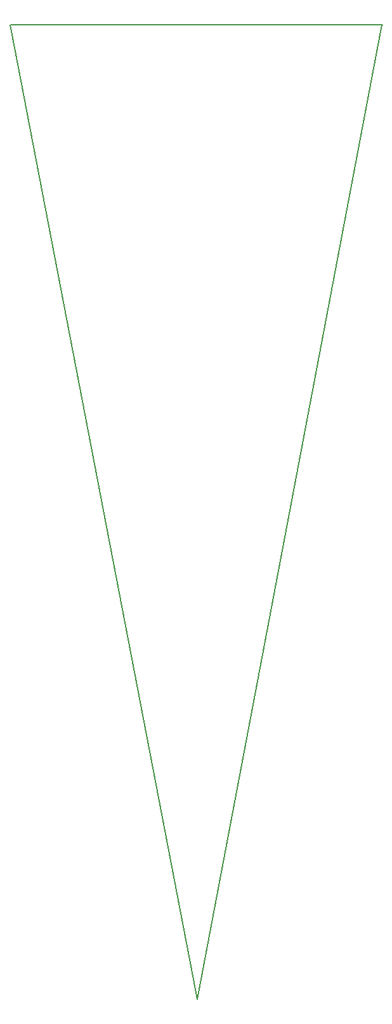
<source format=gbr>
G04 #@! TF.GenerationSoftware,KiCad,Pcbnew,no-vcs-found*
G04 #@! TF.CreationDate,2018-07-23T22:45:22+02:00*
G04 #@! TF.ProjectId,earthboot_withnewsoldermask,6561727468626F6F745F776974686E65,rev?*
G04 #@! TF.SameCoordinates,Original
G04 #@! TF.FileFunction,Profile,NP*
%FSLAX46Y46*%
G04 Gerber Fmt 4.6, Leading zero omitted, Abs format (unit mm)*
G04 Created by KiCad (PCBNEW no-vcs-found) date Mon Jul 23 22:45:22 2018*
%MOMM*%
%LPD*%
G01*
G04 APERTURE LIST*
%ADD10C,0.150000*%
G04 APERTURE END LIST*
D10*
X78409800Y-152628600D02*
X53403500Y-22580600D01*
X103073200Y-22606000D02*
X78409800Y-152628600D01*
X53517800Y-22593300D02*
X103124000Y-22593300D01*
M02*

</source>
